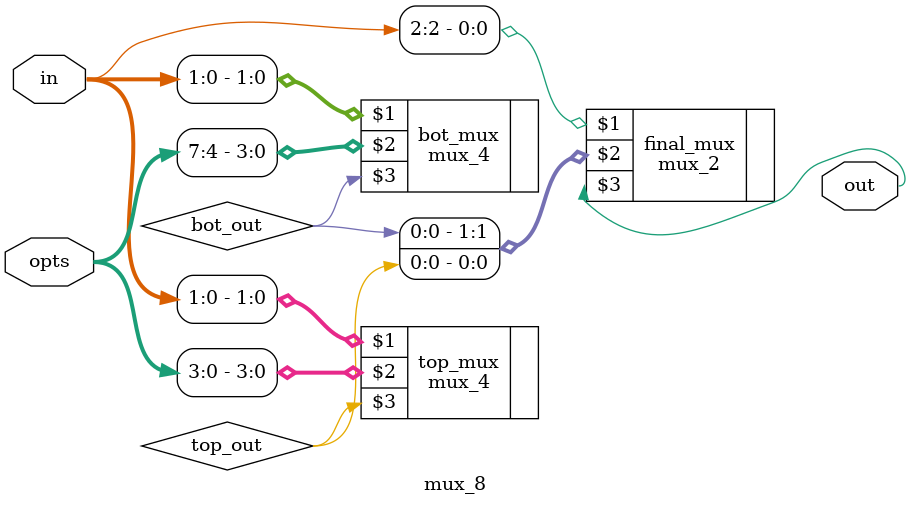
<source format=sv>
module mux_8(in, opts, out);

  input wire [2:0] in;
	// [H, G, F, E, D, C, B, A] - [111, 110, 101, 100, 011, 010, 001, 000]
	input wire [7:0] opts;

  output logic out;

	// [H, G, F, E] - [11, 10, 01, 00]
	logic bot_out;
	mux_4 bot_mux(in[1:0], opts[7:4], bot_out);

	// [D, C, B, A] - [11, 10, 01, 00]
	logic top_out;
	mux_4 top_mux(in[1:0], opts[3:0], top_out);

	// [H | G | F | E, D | C | B | A] - [1, 0]
	mux_2 final_mux(in[2], {bot_out, top_out}, out);

endmodule

</source>
